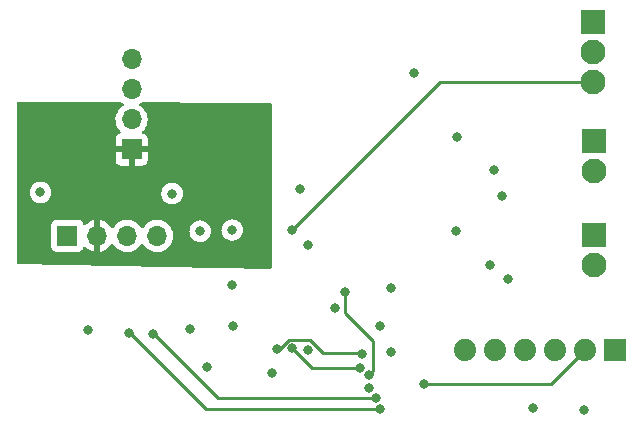
<source format=gbr>
%TF.GenerationSoftware,KiCad,Pcbnew,6.0.11-2627ca5db0~126~ubuntu22.04.1*%
%TF.CreationDate,2023-03-03T22:15:38-05:00*%
%TF.ProjectId,lin-coolant-temperature,6c696e2d-636f-46f6-9c61-6e742d74656d,1.0*%
%TF.SameCoordinates,Original*%
%TF.FileFunction,Copper,L2,Inr*%
%TF.FilePolarity,Positive*%
%FSLAX46Y46*%
G04 Gerber Fmt 4.6, Leading zero omitted, Abs format (unit mm)*
G04 Created by KiCad (PCBNEW 6.0.11-2627ca5db0~126~ubuntu22.04.1) date 2023-03-03 22:15:38*
%MOMM*%
%LPD*%
G01*
G04 APERTURE LIST*
%TA.AperFunction,ComponentPad*%
%ADD10R,1.700000X1.700000*%
%TD*%
%TA.AperFunction,ComponentPad*%
%ADD11O,1.700000X1.700000*%
%TD*%
%TA.AperFunction,ComponentPad*%
%ADD12R,1.879600X1.879600*%
%TD*%
%TA.AperFunction,ComponentPad*%
%ADD13C,1.879600*%
%TD*%
%TA.AperFunction,ComponentPad*%
%ADD14R,2.100000X2.100000*%
%TD*%
%TA.AperFunction,ComponentPad*%
%ADD15C,2.100000*%
%TD*%
%TA.AperFunction,ViaPad*%
%ADD16C,0.800000*%
%TD*%
%TA.AperFunction,Conductor*%
%ADD17C,0.250000*%
%TD*%
G04 APERTURE END LIST*
D10*
%TO.N,+5V*%
%TO.C,U3*%
X185600000Y-74790000D03*
D11*
%TO.N,GND*%
X185600000Y-72250000D03*
%TO.N,+12V*%
X185600000Y-69710000D03*
%TO.N,unconnected-(U3-Pad4)*%
X185600000Y-67170000D03*
%TD*%
D12*
%TO.N,unconnected-(J1-Pad1)*%
%TO.C,J1*%
X226520000Y-91800000D03*
D13*
%TO.N,UPDI*%
X223980000Y-91800000D03*
%TO.N,Net-(R6-Pad2)*%
X221440000Y-91800000D03*
%TO.N,Net-(JP1-Pad1)*%
X218900000Y-91800000D03*
%TO.N,unconnected-(J1-Pad5)*%
X216360000Y-91800000D03*
%TO.N,GND*%
X213820000Y-91800000D03*
%TD*%
D10*
%TO.N,GND*%
%TO.C,J2*%
X180150000Y-82100000D03*
D11*
%TO.N,+5V*%
X182690000Y-82100000D03*
%TO.N,SDA5V*%
X185230000Y-82100000D03*
%TO.N,SCL5V*%
X187770000Y-82100000D03*
%TD*%
D14*
%TO.N,Net-(D4-Pad1)*%
%TO.C,J4*%
X224750000Y-74075000D03*
D15*
%TO.N,GND*%
X224750000Y-76615000D03*
%TD*%
D14*
%TO.N,Net-(D5-Pad1)*%
%TO.C,J5*%
X224750000Y-82030000D03*
D15*
%TO.N,GND*%
X224750000Y-84570000D03*
%TD*%
D14*
%TO.N,+BATT*%
%TO.C,J3*%
X224700000Y-64000000D03*
D15*
%TO.N,GND*%
X224700000Y-66540000D03*
%TO.N,LIN*%
X224700000Y-69080000D03*
%TD*%
D16*
%TO.N,GND*%
X194130000Y-86230000D03*
X199900000Y-78110000D03*
%TO.N,+5V*%
X194570000Y-78220000D03*
%TO.N,+3V3*%
X194120000Y-81610000D03*
%TO.N,GND*%
X191410000Y-81710000D03*
X189030000Y-78530000D03*
X177890000Y-78430000D03*
X209500000Y-68280000D03*
%TO.N,+3V3*%
X223880000Y-96860000D03*
%TO.N,Net-(JP1-Pad1)*%
X219610000Y-96670000D03*
%TO.N,UPDI*%
X210320000Y-94680000D03*
%TO.N,GND*%
X216306500Y-76517165D03*
X215982713Y-84558738D03*
X207550000Y-91950000D03*
X200500000Y-82850000D03*
X207600000Y-86525000D03*
X206625000Y-89750000D03*
%TO.N,LIN*%
X199200000Y-81575000D03*
%TO.N,TXD*%
X205680502Y-95003747D03*
X200550000Y-91800000D03*
%TO.N,~{LIN_SLP}*%
X197950000Y-91675000D03*
X205075000Y-92075000D03*
%TO.N,~{LIN_WAKE}*%
X204925000Y-93300000D03*
X199225000Y-91625000D03*
%TO.N,SDA*%
X206675000Y-96775000D03*
X185425000Y-90325000D03*
%TO.N,SCL*%
X206290576Y-95852382D03*
X187450000Y-90425000D03*
%TO.N,+3V3*%
X194225000Y-89700000D03*
X213125000Y-73775000D03*
X213050000Y-81675000D03*
X197475000Y-93675000D03*
X216975000Y-78700000D03*
X202850000Y-88175000D03*
X192025000Y-93200000D03*
X217500000Y-85725000D03*
X181950000Y-90050000D03*
X190550000Y-89975000D03*
%TO.N,Net-(R5-Pad1)*%
X205718792Y-93907371D03*
X203700000Y-86825000D03*
%TD*%
D17*
%TO.N,UPDI*%
X223980000Y-91800000D02*
X221100000Y-94680000D01*
X221100000Y-94680000D02*
X210320000Y-94680000D01*
%TO.N,SDA*%
X185425000Y-90325000D02*
X185445000Y-90325000D01*
X185445000Y-90325000D02*
X191895000Y-96775000D01*
X191895000Y-96775000D02*
X206675000Y-96775000D01*
%TO.N,SCL*%
X206290576Y-95852382D02*
X202527382Y-95852382D01*
X202527382Y-95852382D02*
X202500000Y-95825000D01*
X202500000Y-95825000D02*
X192935000Y-95825000D01*
X192935000Y-95825000D02*
X187535000Y-90425000D01*
X187535000Y-90425000D02*
X187450000Y-90425000D01*
%TO.N,Net-(R5-Pad1)*%
X205718792Y-93907371D02*
X206050000Y-93576163D01*
X206050000Y-93576163D02*
X206050000Y-91025000D01*
X206050000Y-91025000D02*
X203700000Y-88675000D01*
X203700000Y-88675000D02*
X203700000Y-86825000D01*
%TO.N,LIN*%
X199200000Y-81575000D02*
X211695000Y-69080000D01*
X211695000Y-69080000D02*
X224700000Y-69080000D01*
%TO.N,~{LIN_SLP}*%
X200675305Y-90900000D02*
X201825305Y-92050000D01*
X205050000Y-92050000D02*
X205075000Y-92075000D01*
X201825305Y-92050000D02*
X205050000Y-92050000D01*
X198924695Y-90900000D02*
X200675305Y-90900000D01*
X197950000Y-91675000D02*
X198149695Y-91675000D01*
X198149695Y-91675000D02*
X198924695Y-90900000D01*
%TO.N,~{LIN_WAKE}*%
X200875000Y-93275000D02*
X204900000Y-93275000D01*
X199225000Y-91625000D02*
X200875000Y-93275000D01*
X204900000Y-93275000D02*
X204925000Y-93300000D01*
%TD*%
%TA.AperFunction,Conductor*%
%TO.N,+5V*%
G36*
X179425075Y-70759129D02*
G01*
X184734869Y-70794578D01*
X184802853Y-70815033D01*
X184813228Y-70822685D01*
X184814146Y-70823328D01*
X184818126Y-70826632D01*
X184888595Y-70867811D01*
X184891445Y-70869476D01*
X184940169Y-70921114D01*
X184953240Y-70990897D01*
X184926509Y-71056669D01*
X184886055Y-71090027D01*
X184873607Y-71096507D01*
X184869474Y-71099610D01*
X184869471Y-71099612D01*
X184845247Y-71117800D01*
X184694965Y-71230635D01*
X184540629Y-71392138D01*
X184414743Y-71576680D01*
X184320688Y-71779305D01*
X184260989Y-71994570D01*
X184237251Y-72216695D01*
X184237548Y-72221848D01*
X184237548Y-72221851D01*
X184243011Y-72316590D01*
X184250110Y-72439715D01*
X184251247Y-72444761D01*
X184251248Y-72444767D01*
X184271119Y-72532939D01*
X184299222Y-72657639D01*
X184383266Y-72864616D01*
X184499987Y-73055088D01*
X184646250Y-73223938D01*
X184650225Y-73227238D01*
X184650231Y-73227244D01*
X184655425Y-73231556D01*
X184695059Y-73290460D01*
X184696555Y-73361441D01*
X184659439Y-73421962D01*
X184619168Y-73446480D01*
X184511946Y-73486676D01*
X184496351Y-73495214D01*
X184394276Y-73571715D01*
X184381715Y-73584276D01*
X184305214Y-73686351D01*
X184296676Y-73701946D01*
X184251522Y-73822394D01*
X184247895Y-73837649D01*
X184242369Y-73888514D01*
X184242000Y-73895328D01*
X184242000Y-74517885D01*
X184246475Y-74533124D01*
X184247865Y-74534329D01*
X184255548Y-74536000D01*
X186939884Y-74536000D01*
X186955123Y-74531525D01*
X186956328Y-74530135D01*
X186957999Y-74522452D01*
X186957999Y-73895331D01*
X186957629Y-73888510D01*
X186952105Y-73837648D01*
X186948479Y-73822396D01*
X186903324Y-73701946D01*
X186894786Y-73686351D01*
X186818285Y-73584276D01*
X186805724Y-73571715D01*
X186703649Y-73495214D01*
X186688054Y-73486676D01*
X186577813Y-73445348D01*
X186521049Y-73402706D01*
X186496349Y-73336145D01*
X186511557Y-73266796D01*
X186533104Y-73238115D01*
X186634430Y-73137144D01*
X186634440Y-73137132D01*
X186638096Y-73133489D01*
X186697594Y-73050689D01*
X186765435Y-72956277D01*
X186768453Y-72952077D01*
X186867430Y-72751811D01*
X186932370Y-72538069D01*
X186961529Y-72316590D01*
X186963156Y-72250000D01*
X186944852Y-72027361D01*
X186890431Y-71810702D01*
X186801354Y-71605840D01*
X186680014Y-71418277D01*
X186529670Y-71253051D01*
X186525619Y-71249852D01*
X186525615Y-71249848D01*
X186358414Y-71117800D01*
X186358410Y-71117798D01*
X186354359Y-71114598D01*
X186313053Y-71091796D01*
X186263084Y-71041364D01*
X186248312Y-70971921D01*
X186273428Y-70905516D01*
X186300779Y-70878910D01*
X186370178Y-70829408D01*
X186444187Y-70805989D01*
X192921004Y-70849230D01*
X197404435Y-70879162D01*
X197472421Y-70899618D01*
X197518555Y-70953583D01*
X197529593Y-71005567D01*
X197503427Y-79071852D01*
X197485016Y-84747522D01*
X197464793Y-84815577D01*
X197410987Y-84861896D01*
X197356655Y-84873091D01*
X184197111Y-84626102D01*
X176003677Y-84472321D01*
X175935943Y-84451044D01*
X175890465Y-84396525D01*
X175880041Y-84346301D01*
X175880338Y-83461564D01*
X175880493Y-82998134D01*
X178791500Y-82998134D01*
X178798255Y-83060316D01*
X178849385Y-83196705D01*
X178936739Y-83313261D01*
X179053295Y-83400615D01*
X179189684Y-83451745D01*
X179251866Y-83458500D01*
X181048134Y-83458500D01*
X181110316Y-83451745D01*
X181246705Y-83400615D01*
X181363261Y-83313261D01*
X181450615Y-83196705D01*
X181494798Y-83078848D01*
X181537440Y-83022084D01*
X181604001Y-82997384D01*
X181673350Y-83012592D01*
X181708017Y-83040580D01*
X181733218Y-83069673D01*
X181740580Y-83076883D01*
X181904434Y-83212916D01*
X181912881Y-83218831D01*
X182096756Y-83326279D01*
X182106042Y-83330729D01*
X182305001Y-83406703D01*
X182314899Y-83409579D01*
X182418250Y-83430606D01*
X182432299Y-83429410D01*
X182436000Y-83419065D01*
X182436000Y-83418517D01*
X182944000Y-83418517D01*
X182948064Y-83432359D01*
X182961478Y-83434393D01*
X182968184Y-83433534D01*
X182978262Y-83431392D01*
X183182255Y-83370191D01*
X183191842Y-83366433D01*
X183383095Y-83272739D01*
X183391945Y-83267464D01*
X183565328Y-83143792D01*
X183573200Y-83137139D01*
X183724052Y-82986812D01*
X183730730Y-82978965D01*
X183858022Y-82801819D01*
X183859279Y-82802722D01*
X183906373Y-82759362D01*
X183976311Y-82747145D01*
X184041751Y-82774678D01*
X184069579Y-82806511D01*
X184129987Y-82905088D01*
X184276250Y-83073938D01*
X184448126Y-83216632D01*
X184641000Y-83329338D01*
X184849692Y-83409030D01*
X184854760Y-83410061D01*
X184854763Y-83410062D01*
X184949862Y-83429410D01*
X185068597Y-83453567D01*
X185073772Y-83453757D01*
X185073774Y-83453757D01*
X185286673Y-83461564D01*
X185286677Y-83461564D01*
X185291837Y-83461753D01*
X185296957Y-83461097D01*
X185296959Y-83461097D01*
X185508288Y-83434025D01*
X185508289Y-83434025D01*
X185513416Y-83433368D01*
X185518366Y-83431883D01*
X185722429Y-83370661D01*
X185722434Y-83370659D01*
X185727384Y-83369174D01*
X185927994Y-83270896D01*
X186109860Y-83141173D01*
X186268096Y-82983489D01*
X186398453Y-82802077D01*
X186399776Y-82803028D01*
X186446645Y-82759857D01*
X186516580Y-82747625D01*
X186582026Y-82775144D01*
X186609875Y-82806994D01*
X186669987Y-82905088D01*
X186816250Y-83073938D01*
X186988126Y-83216632D01*
X187181000Y-83329338D01*
X187389692Y-83409030D01*
X187394760Y-83410061D01*
X187394763Y-83410062D01*
X187489862Y-83429410D01*
X187608597Y-83453567D01*
X187613772Y-83453757D01*
X187613774Y-83453757D01*
X187826673Y-83461564D01*
X187826677Y-83461564D01*
X187831837Y-83461753D01*
X187836957Y-83461097D01*
X187836959Y-83461097D01*
X188048288Y-83434025D01*
X188048289Y-83434025D01*
X188053416Y-83433368D01*
X188058366Y-83431883D01*
X188262429Y-83370661D01*
X188262434Y-83370659D01*
X188267384Y-83369174D01*
X188467994Y-83270896D01*
X188649860Y-83141173D01*
X188808096Y-82983489D01*
X188938453Y-82802077D01*
X188951995Y-82774678D01*
X189035136Y-82606453D01*
X189035137Y-82606451D01*
X189037430Y-82601811D01*
X189097590Y-82403803D01*
X189100865Y-82393023D01*
X189100865Y-82393021D01*
X189102370Y-82388069D01*
X189131529Y-82166590D01*
X189133156Y-82100000D01*
X189114852Y-81877361D01*
X189072814Y-81710000D01*
X190496496Y-81710000D01*
X190497186Y-81716565D01*
X190514629Y-81882522D01*
X190516458Y-81899928D01*
X190575473Y-82081556D01*
X190670960Y-82246944D01*
X190798747Y-82388866D01*
X190953248Y-82501118D01*
X190959276Y-82503802D01*
X190959278Y-82503803D01*
X191121681Y-82576109D01*
X191127712Y-82578794D01*
X191212691Y-82596857D01*
X191308056Y-82617128D01*
X191308061Y-82617128D01*
X191314513Y-82618500D01*
X191505487Y-82618500D01*
X191511939Y-82617128D01*
X191511944Y-82617128D01*
X191607309Y-82596857D01*
X191692288Y-82578794D01*
X191698319Y-82576109D01*
X191860722Y-82503803D01*
X191860724Y-82503802D01*
X191866752Y-82501118D01*
X192021253Y-82388866D01*
X192149040Y-82246944D01*
X192244527Y-82081556D01*
X192303542Y-81899928D01*
X192305372Y-81882522D01*
X192322814Y-81716565D01*
X192323504Y-81710000D01*
X192313684Y-81616565D01*
X192312994Y-81610000D01*
X193206496Y-81610000D01*
X193226458Y-81799928D01*
X193285473Y-81981556D01*
X193380960Y-82146944D01*
X193508747Y-82288866D01*
X193607843Y-82360864D01*
X193646385Y-82388866D01*
X193663248Y-82401118D01*
X193669276Y-82403802D01*
X193669278Y-82403803D01*
X193831681Y-82476109D01*
X193837712Y-82478794D01*
X193924479Y-82497237D01*
X194018056Y-82517128D01*
X194018061Y-82517128D01*
X194024513Y-82518500D01*
X194215487Y-82518500D01*
X194221939Y-82517128D01*
X194221944Y-82517128D01*
X194315521Y-82497237D01*
X194402288Y-82478794D01*
X194408319Y-82476109D01*
X194570722Y-82403803D01*
X194570724Y-82403802D01*
X194576752Y-82401118D01*
X194593616Y-82388866D01*
X194632157Y-82360864D01*
X194731253Y-82288866D01*
X194859040Y-82146944D01*
X194954527Y-81981556D01*
X195013542Y-81799928D01*
X195033504Y-81610000D01*
X195024052Y-81520072D01*
X195014232Y-81426635D01*
X195014232Y-81426633D01*
X195013542Y-81420072D01*
X194954527Y-81238444D01*
X194935382Y-81205283D01*
X194916775Y-81173056D01*
X194859040Y-81073056D01*
X194748273Y-80950036D01*
X194735675Y-80936045D01*
X194735674Y-80936044D01*
X194731253Y-80931134D01*
X194576752Y-80818882D01*
X194570724Y-80816198D01*
X194570722Y-80816197D01*
X194408319Y-80743891D01*
X194408318Y-80743891D01*
X194402288Y-80741206D01*
X194308888Y-80721353D01*
X194221944Y-80702872D01*
X194221939Y-80702872D01*
X194215487Y-80701500D01*
X194024513Y-80701500D01*
X194018061Y-80702872D01*
X194018056Y-80702872D01*
X193931112Y-80721353D01*
X193837712Y-80741206D01*
X193831682Y-80743891D01*
X193831681Y-80743891D01*
X193669278Y-80816197D01*
X193669276Y-80816198D01*
X193663248Y-80818882D01*
X193508747Y-80931134D01*
X193504326Y-80936044D01*
X193504325Y-80936045D01*
X193491728Y-80950036D01*
X193380960Y-81073056D01*
X193323225Y-81173056D01*
X193304619Y-81205283D01*
X193285473Y-81238444D01*
X193226458Y-81420072D01*
X193225768Y-81426633D01*
X193225768Y-81426635D01*
X193215948Y-81520072D01*
X193206496Y-81610000D01*
X192312994Y-81610000D01*
X192304232Y-81526635D01*
X192304232Y-81526633D01*
X192303542Y-81520072D01*
X192244527Y-81338444D01*
X192149040Y-81173056D01*
X192021253Y-81031134D01*
X191890375Y-80936045D01*
X191872094Y-80922763D01*
X191872093Y-80922762D01*
X191866752Y-80918882D01*
X191860724Y-80916198D01*
X191860722Y-80916197D01*
X191698319Y-80843891D01*
X191698318Y-80843891D01*
X191692288Y-80841206D01*
X191598887Y-80821353D01*
X191511944Y-80802872D01*
X191511939Y-80802872D01*
X191505487Y-80801500D01*
X191314513Y-80801500D01*
X191308061Y-80802872D01*
X191308056Y-80802872D01*
X191221113Y-80821353D01*
X191127712Y-80841206D01*
X191121682Y-80843891D01*
X191121681Y-80843891D01*
X190959278Y-80916197D01*
X190959276Y-80916198D01*
X190953248Y-80918882D01*
X190947907Y-80922762D01*
X190947906Y-80922763D01*
X190929625Y-80936045D01*
X190798747Y-81031134D01*
X190670960Y-81173056D01*
X190575473Y-81338444D01*
X190516458Y-81520072D01*
X190515768Y-81526633D01*
X190515768Y-81526635D01*
X190506316Y-81616565D01*
X190496496Y-81710000D01*
X189072814Y-81710000D01*
X189060431Y-81660702D01*
X188971354Y-81455840D01*
X188850014Y-81268277D01*
X188699670Y-81103051D01*
X188695619Y-81099852D01*
X188695615Y-81099848D01*
X188528414Y-80967800D01*
X188528410Y-80967798D01*
X188524359Y-80964598D01*
X188488028Y-80944542D01*
X188436680Y-80916197D01*
X188328789Y-80856638D01*
X188323920Y-80854914D01*
X188323916Y-80854912D01*
X188123087Y-80783795D01*
X188123083Y-80783794D01*
X188118212Y-80782069D01*
X188113119Y-80781162D01*
X188113116Y-80781161D01*
X187903373Y-80743800D01*
X187903367Y-80743799D01*
X187898284Y-80742894D01*
X187824452Y-80741992D01*
X187680081Y-80740228D01*
X187680079Y-80740228D01*
X187674911Y-80740165D01*
X187454091Y-80773955D01*
X187241756Y-80843357D01*
X187043607Y-80946507D01*
X187039474Y-80949610D01*
X187039471Y-80949612D01*
X186930894Y-81031134D01*
X186864965Y-81080635D01*
X186710629Y-81242138D01*
X186603201Y-81399621D01*
X186548293Y-81444621D01*
X186477768Y-81452792D01*
X186414021Y-81421538D01*
X186393324Y-81397054D01*
X186312822Y-81272617D01*
X186312820Y-81272614D01*
X186310014Y-81268277D01*
X186159670Y-81103051D01*
X186155619Y-81099852D01*
X186155615Y-81099848D01*
X185988414Y-80967800D01*
X185988410Y-80967798D01*
X185984359Y-80964598D01*
X185948028Y-80944542D01*
X185896680Y-80916197D01*
X185788789Y-80856638D01*
X185783920Y-80854914D01*
X185783916Y-80854912D01*
X185583087Y-80783795D01*
X185583083Y-80783794D01*
X185578212Y-80782069D01*
X185573119Y-80781162D01*
X185573116Y-80781161D01*
X185363373Y-80743800D01*
X185363367Y-80743799D01*
X185358284Y-80742894D01*
X185284452Y-80741992D01*
X185140081Y-80740228D01*
X185140079Y-80740228D01*
X185134911Y-80740165D01*
X184914091Y-80773955D01*
X184701756Y-80843357D01*
X184503607Y-80946507D01*
X184499474Y-80949610D01*
X184499471Y-80949612D01*
X184390894Y-81031134D01*
X184324965Y-81080635D01*
X184170629Y-81242138D01*
X184063204Y-81399618D01*
X184062898Y-81400066D01*
X184007987Y-81445069D01*
X183937462Y-81453240D01*
X183873715Y-81421986D01*
X183853018Y-81397502D01*
X183772426Y-81272926D01*
X183766136Y-81264757D01*
X183622806Y-81107240D01*
X183615273Y-81100215D01*
X183448139Y-80968222D01*
X183439552Y-80962517D01*
X183253117Y-80859599D01*
X183243705Y-80855369D01*
X183042959Y-80784280D01*
X183032988Y-80781646D01*
X182961837Y-80768972D01*
X182948540Y-80770432D01*
X182944000Y-80784989D01*
X182944000Y-83418517D01*
X182436000Y-83418517D01*
X182436000Y-80783102D01*
X182432082Y-80769758D01*
X182417806Y-80767771D01*
X182379324Y-80773660D01*
X182369288Y-80776051D01*
X182166868Y-80842212D01*
X182157359Y-80846209D01*
X181968463Y-80944542D01*
X181959738Y-80950036D01*
X181789433Y-81077905D01*
X181781726Y-81084748D01*
X181704478Y-81165584D01*
X181642954Y-81201014D01*
X181572042Y-81197557D01*
X181514255Y-81156311D01*
X181495402Y-81122763D01*
X181453767Y-81011703D01*
X181450615Y-81003295D01*
X181363261Y-80886739D01*
X181246705Y-80799385D01*
X181110316Y-80748255D01*
X181048134Y-80741500D01*
X179251866Y-80741500D01*
X179189684Y-80748255D01*
X179053295Y-80799385D01*
X178936739Y-80886739D01*
X178849385Y-81003295D01*
X178798255Y-81139684D01*
X178791500Y-81201866D01*
X178791500Y-82998134D01*
X175880493Y-82998134D01*
X175882023Y-78430000D01*
X176976496Y-78430000D01*
X176996458Y-78619928D01*
X177055473Y-78801556D01*
X177150960Y-78966944D01*
X177278747Y-79108866D01*
X177377843Y-79180864D01*
X177416385Y-79208866D01*
X177433248Y-79221118D01*
X177439276Y-79223802D01*
X177439278Y-79223803D01*
X177601681Y-79296109D01*
X177607712Y-79298794D01*
X177694479Y-79317237D01*
X177788056Y-79337128D01*
X177788061Y-79337128D01*
X177794513Y-79338500D01*
X177985487Y-79338500D01*
X177991939Y-79337128D01*
X177991944Y-79337128D01*
X178085521Y-79317237D01*
X178172288Y-79298794D01*
X178178319Y-79296109D01*
X178340722Y-79223803D01*
X178340724Y-79223802D01*
X178346752Y-79221118D01*
X178363616Y-79208866D01*
X178402157Y-79180864D01*
X178501253Y-79108866D01*
X178629040Y-78966944D01*
X178724527Y-78801556D01*
X178783542Y-78619928D01*
X178792994Y-78530000D01*
X188116496Y-78530000D01*
X188117186Y-78536565D01*
X188126608Y-78626206D01*
X188136458Y-78719928D01*
X188195473Y-78901556D01*
X188290960Y-79066944D01*
X188418747Y-79208866D01*
X188573248Y-79321118D01*
X188579276Y-79323802D01*
X188579278Y-79323803D01*
X188741681Y-79396109D01*
X188747712Y-79398794D01*
X188841112Y-79418647D01*
X188928056Y-79437128D01*
X188928061Y-79437128D01*
X188934513Y-79438500D01*
X189125487Y-79438500D01*
X189131939Y-79437128D01*
X189131944Y-79437128D01*
X189218887Y-79418647D01*
X189312288Y-79398794D01*
X189318319Y-79396109D01*
X189480722Y-79323803D01*
X189480724Y-79323802D01*
X189486752Y-79321118D01*
X189641253Y-79208866D01*
X189769040Y-79066944D01*
X189864527Y-78901556D01*
X189923542Y-78719928D01*
X189933393Y-78626206D01*
X189942814Y-78536565D01*
X189943504Y-78530000D01*
X189923542Y-78340072D01*
X189864527Y-78158444D01*
X189769040Y-77993056D01*
X189641253Y-77851134D01*
X189510375Y-77756045D01*
X189492094Y-77742763D01*
X189492093Y-77742762D01*
X189486752Y-77738882D01*
X189480724Y-77736198D01*
X189480722Y-77736197D01*
X189318319Y-77663891D01*
X189318318Y-77663891D01*
X189312288Y-77661206D01*
X189218887Y-77641353D01*
X189131944Y-77622872D01*
X189131939Y-77622872D01*
X189125487Y-77621500D01*
X188934513Y-77621500D01*
X188928061Y-77622872D01*
X188928056Y-77622872D01*
X188841113Y-77641353D01*
X188747712Y-77661206D01*
X188741682Y-77663891D01*
X188741681Y-77663891D01*
X188579278Y-77736197D01*
X188579276Y-77736198D01*
X188573248Y-77738882D01*
X188567907Y-77742762D01*
X188567906Y-77742763D01*
X188549625Y-77756045D01*
X188418747Y-77851134D01*
X188290960Y-77993056D01*
X188195473Y-78158444D01*
X188136458Y-78340072D01*
X188116496Y-78530000D01*
X178792994Y-78530000D01*
X178803504Y-78430000D01*
X178794052Y-78340072D01*
X178784232Y-78246635D01*
X178784232Y-78246633D01*
X178783542Y-78240072D01*
X178724527Y-78058444D01*
X178629040Y-77893056D01*
X178501253Y-77751134D01*
X178346752Y-77638882D01*
X178340724Y-77636198D01*
X178340722Y-77636197D01*
X178178319Y-77563891D01*
X178178318Y-77563891D01*
X178172288Y-77561206D01*
X178078887Y-77541353D01*
X177991944Y-77522872D01*
X177991939Y-77522872D01*
X177985487Y-77521500D01*
X177794513Y-77521500D01*
X177788061Y-77522872D01*
X177788056Y-77522872D01*
X177701112Y-77541353D01*
X177607712Y-77561206D01*
X177601682Y-77563891D01*
X177601681Y-77563891D01*
X177439278Y-77636197D01*
X177439276Y-77636198D01*
X177433248Y-77638882D01*
X177278747Y-77751134D01*
X177150960Y-77893056D01*
X177055473Y-78058444D01*
X176996458Y-78240072D01*
X176995768Y-78246633D01*
X176995768Y-78246635D01*
X176985948Y-78340072D01*
X176976496Y-78430000D01*
X175882023Y-78430000D01*
X175882788Y-76147629D01*
X175882943Y-75684669D01*
X184242001Y-75684669D01*
X184242371Y-75691490D01*
X184247895Y-75742352D01*
X184251521Y-75757604D01*
X184296676Y-75878054D01*
X184305214Y-75893649D01*
X184381715Y-75995724D01*
X184394276Y-76008285D01*
X184496351Y-76084786D01*
X184511946Y-76093324D01*
X184632394Y-76138478D01*
X184647649Y-76142105D01*
X184698514Y-76147631D01*
X184705328Y-76148000D01*
X185327885Y-76148000D01*
X185343124Y-76143525D01*
X185344329Y-76142135D01*
X185346000Y-76134452D01*
X185346000Y-76129884D01*
X185854000Y-76129884D01*
X185858475Y-76145123D01*
X185859865Y-76146328D01*
X185867548Y-76147999D01*
X186494669Y-76147999D01*
X186501490Y-76147629D01*
X186552352Y-76142105D01*
X186567604Y-76138479D01*
X186688054Y-76093324D01*
X186703649Y-76084786D01*
X186805724Y-76008285D01*
X186818285Y-75995724D01*
X186894786Y-75893649D01*
X186903324Y-75878054D01*
X186948478Y-75757606D01*
X186952105Y-75742351D01*
X186957631Y-75691486D01*
X186958000Y-75684672D01*
X186958000Y-75062115D01*
X186953525Y-75046876D01*
X186952135Y-75045671D01*
X186944452Y-75044000D01*
X185872115Y-75044000D01*
X185856876Y-75048475D01*
X185855671Y-75049865D01*
X185854000Y-75057548D01*
X185854000Y-76129884D01*
X185346000Y-76129884D01*
X185346000Y-75062115D01*
X185341525Y-75046876D01*
X185340135Y-75045671D01*
X185332452Y-75044000D01*
X184260116Y-75044000D01*
X184244877Y-75048475D01*
X184243672Y-75049865D01*
X184242001Y-75057548D01*
X184242001Y-75684669D01*
X175882943Y-75684669D01*
X175884559Y-70862294D01*
X175904584Y-70794180D01*
X175958255Y-70747705D01*
X176011400Y-70736339D01*
X179425075Y-70759129D01*
G37*
%TD.AperFunction*%
%TD*%
M02*

</source>
